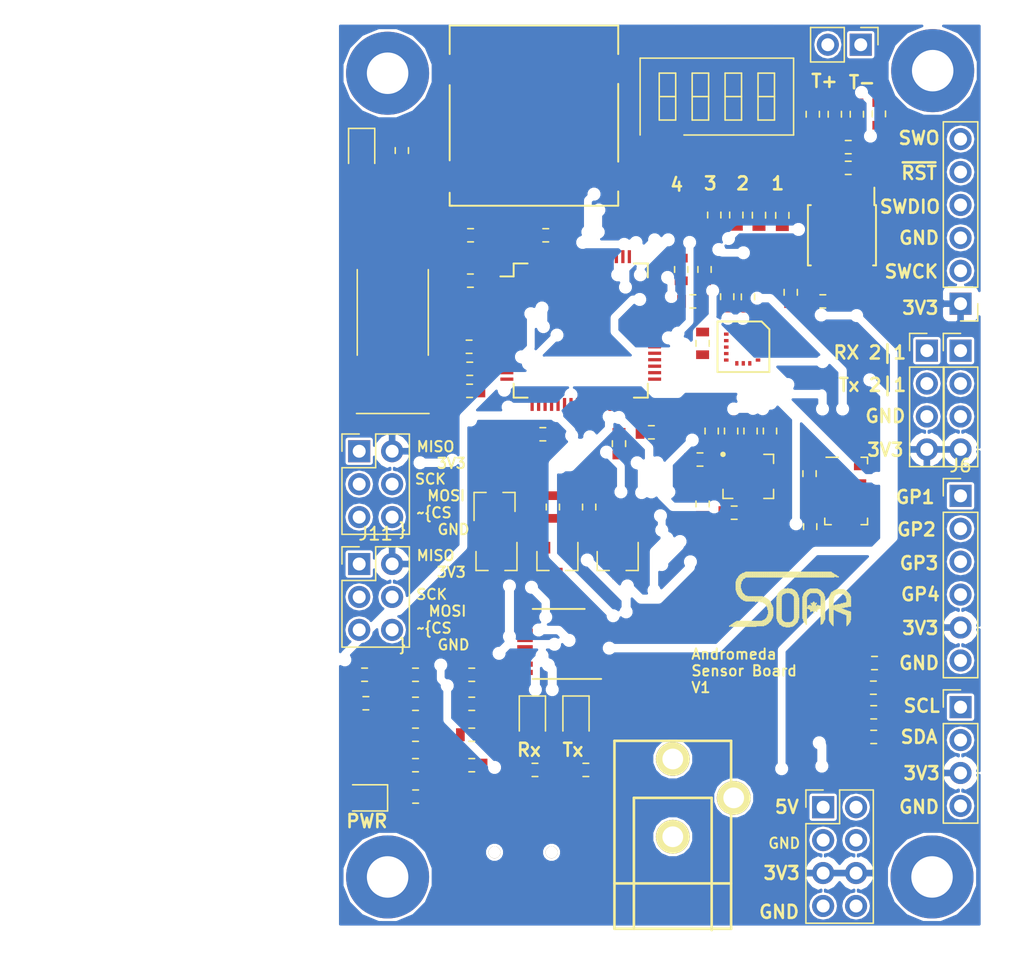
<source format=kicad_pcb>
(kicad_pcb (version 4) (host pcbnew 4.0.7)
  (layers (0 F.Cu signal) (31 B.Cu signal) (34 B.Paste user) (35 F.Paste user) (36 B.SilkS user) (37 F.SilkS user) (38 B.Mask user) (39 F.Mask user) (44 Edge.Cuts user))
  (net 0 "")
  (net 1 "Net-(C1-Pad1)")
  (net 2 +3V3)
  (net 3 "Net-(C2-Pad1)")
  (net 4 VBUS)
  (net 5 VDC)
  (net 6 +5V)
  (net 7 "Net-(C10-Pad1)")
  (net 8 "Net-(C11-Pad1)")
  (net 9 "Net-(C12-Pad1)")
  (net 10 "Net-(C14-Pad1)")
  (net 11 "Net-(C23-Pad1)")
  (net 12 "Net-(C24-Pad2)")
  (net 13 "Net-(C28-Pad1)")
  (net 14 "Net-(C29-Pad1)")
  (net 15 "/Power and FTDI/TX_LED")
  (net 16 "Net-(D1-Pad2)")
  (net 17 "/Power and FTDI/RX_LED")
  (net 18 "Net-(D2-Pad2)")
  (net 19 VEXT)
  (net 20 "Net-(D4-Pad1)")
  (net 21 "Net-(D5-Pad2)")
  (net 22 "Net-(J4-Pad9)")
  (net 23 SD_SPI_MISO)
  (net 24 SD_SPI_SCK)
  (net 25 SD_~CS)
  (net 26 SD_SPI_MOSI)
  (net 27 "Net-(J5-Pad2)")
  (net 28 GPIO1)
  (net 29 SWCLK)
  (net 30 SWDIO)
  (net 31 NRST)
  (net 32 SWO)
  (net 33 UART2_RX)
  (net 34 UART2_TX)
  (net 35 UART1_RX)
  (net 36 SPI2_MISO)
  (net 37 SPI2_SCK)
  (net 38 SPI2_MOSI)
  (net 39 SPI2_~CS)
  (net 40 SPI1_MISO)
  (net 41 SPI1_SCK)
  (net 42 SPI1_MOSI)
  (net 43 SPI1_~CS)
  (net 44 I2C1_SCL)
  (net 45 I2C1_SDA)
  (net 46 "Net-(R1-Pad1)")
  (net 47 "Net-(R2-Pad1)")
  (net 48 Accel_~CS)
  (net 49 Therm_~CS)
  (net 50 A/G_~CS)
  (net 51 Baro_~CS)
  (net 52 MAG_~CS)
  (net 53 GPIO10)
  (net 54 GPIO9)
  (net 55 GPIO8)
  (net 56 GPIO7)
  (net 57 GPIO6)
  (net 58 "Net-(U1-Pad10)")
  (net 59 UART1_TX)
  (net 60 MAG_INT)
  (net 61 A/G_INT)
  (net 62 "Net-(C3-Pad1)")
  (net 63 "Net-(J2-Pad2)")
  (net 64 GND)
  (net 65 GPIO4)
  (net 66 "Net-(J5-Pad1)")
  (net 67 GPIO2)
  (net 68 GPIO3)
  (net 69 A_INT)
  (module Conn_PinHeader_2.54mm:PinHeader_2x03_P2.54mm_Vertical (layer F.Cu) (at 80.71 81.56)
    (fp_text reference J11 (at 1.27 -2.33) (layer F.SilkS))
    (fp_text value Conn_02x03_Odd_Even)
    (pad 1 thru_hole rect (at 0 0) (size 1.7 1.7) (drill 1) (layers *.Cu *.Mask) (net 36 SPI2_MISO))
    (pad 2 thru_hole oval (at 2.54 0) (size 1.7 1.7) (drill 1) (layers *.Cu *.Mask) (net 2 +3V3))
    (pad 3 thru_hole oval (at 0 2.54) (size 1.7 1.7) (drill 1) (layers *.Cu *.Mask) (net 37 SPI2_SCK))
    (pad 4 thru_hole oval (at 2.54 2.54) (size 1.7 1.7) (drill 1) (layers *.Cu *.Mask) (net 38 SPI2_MOSI))
    (pad 5 thru_hole oval (at 0 5.08) (size 1.7 1.7) (drill 1) (layers *.Cu *.Mask) (net 39 SPI2_~CS))
    (pad 6 thru_hole oval (at 2.54 5.08) (size 1.7 1.7) (drill 1) (layers *.Cu *.Mask) (net 64 GND))
  )
  (module SOAR:LGA-16 (layer F.Cu) (at 110.25 64.85)
    (fp_text reference U5 hide)
    (fp_text value LIS3DH)
    (pad 16 smd rect (at 0.5 -1.25) (size 0.25 0.35) (layers F.Cu F.Paste F.Mask))
    (pad 15 smd rect (at 0 -1.25) (size 0.25 0.35) (layers F.Cu F.Paste F.Mask))
    (pad 14 smd rect (at -0.5 -1.25) (size 0.25 0.35) (layers F.Cu F.Paste F.Mask) (net 2 +3V3))
    (pad 8 smd rect (at -0.41 1.23) (size 0.25 0.35) (layers F.Cu F.Paste F.Mask) (net 48 Accel_~CS))
    (pad 7 smd rect (at 0.09 1.23) (size 0.25 0.35) (layers F.Cu F.Paste F.Mask) (net 36 SPI2_MISO))
    (pad 6 smd rect (at 0.59 1.23) (size 0.25 0.35) (layers F.Cu F.Paste F.Mask) (net 38 SPI2_MOSI))
    (pad 1 smd rect (at 1.225 -1.025 90) (size 0.25 0.35) (layers F.Cu F.Paste F.Mask) (net 2 +3V3))
    (pad 2 smd rect (at 1.225 -0.525 90) (size 0.25 0.35) (layers F.Cu F.Paste F.Mask))
    (pad 3 smd rect (at 1.225 -0.025 90) (size 0.25 0.35) (layers F.Cu F.Paste F.Mask))
    (pad 4 smd rect (at 1.225 0.475 90) (size 0.25 0.35) (layers F.Cu F.Paste F.Mask) (net 37 SPI2_SCK))
    (pad 5 smd rect (at 1.225 0.975 90) (size 0.25 0.35) (layers F.Cu F.Paste F.Mask) (net 64 GND))
    (pad 9 smd rect (at -1.225 0.975) (size 0.35 0.25) (layers F.Cu F.Paste F.Mask))
    (pad 10 smd rect (at -1.225 0.475 90) (size 0.25 0.35) (layers F.Cu F.Paste F.Mask) (net 64 GND))
    (pad 11 smd rect (at -1.225 -0.025 90) (size 0.25 0.35) (layers F.Cu F.Paste F.Mask) (net 69 A_INT))
    (pad 12 smd rect (at -1.225 -0.525 90) (size 0.25 0.35) (layers F.Cu F.Paste F.Mask) (net 64 GND))
    (pad 13 smd rect (at -1.225 -1.025 90) (size 0.25 0.35) (layers F.Cu F.Paste F.Mask))
  )
  (module Crystal:Crystal_SMD_SeikoEpson_MA505-2Pin_12.7x5.1mm (layer F.Cu) (at 83.3 64.75 90)
    (fp_text reference Y1 hide)
    (fp_text value Crystal_8MHz_18pf)
    (pad 1 smd rect (at -2.95 0 90) (size 4.1 5.6) (layers F.Cu F.Paste F.Mask) (net 9 "Net-(C12-Pad1)"))
    (pad 2 smd rect (at 8.15 0 90) (size 4.1 5.6) (layers F.Cu F.Paste F.Mask) (net 10 "Net-(C14-Pad1)"))
  )
  (module SOAR:CUI_PJ-102A (layer F.Cu) (at 104.9 99.6 180)
    (fp_text reference J2 hide)
    (fp_text value Barrel_Jack hide)
    (pad 1 thru_hole circle (at 0 3 180) (size 2.6 2.6) (drill 1.6) (layers *.Cu *.Mask F.SilkS) (net 19 VEXT))
    (pad 2 thru_hole circle (at 0 -3 180) (size 2.6 2.6) (drill 1.6) (layers *.Cu *.Mask F.SilkS) (net 63 "Net-(J2-Pad2)"))
    (pad 3 thru_hole circle (at -4.7 0 180) (size 2.6 2.6) (drill 1.6) (layers *.Cu *.Mask F.SilkS) (net 63 "Net-(J2-Pad2)"))
  )
  (module SOAR:Conn,Molex,Hinged_microSD (layer F.Cu) (at 93.59 49.02)
    (fp_text reference J4 hide)
    (fp_text value Micro_SD_Card)
    (pad 9 smd rect (at 7.51 2.68) (size 1.45 2) (layers F.Cu F.Paste F.Mask) (net 22 "Net-(J4-Pad9)"))
    (pad 9 smd rect (at -6.24 2.68) (size 1.45 2) (layers F.Cu F.Paste F.Mask) (net 22 "Net-(J4-Pad9)"))
    (pad 9 smd rect (at -6.24 -5.62) (size 1.45 2) (layers F.Cu F.Paste F.Mask) (net 22 "Net-(J4-Pad9)"))
    (pad 8 smd rect (at -3.86 0.08) (size 0.8 1.5) (layers F.Cu F.Paste F.Mask))
    (pad 7 smd rect (at -2.76 0.08) (size 0.8 1.5) (layers F.Cu F.Paste F.Mask) (net 23 SD_SPI_MISO))
    (pad 6 smd rect (at -1.66 0.08) (size 0.8 1.5) (layers F.Cu F.Paste F.Mask) (net 64 GND))
    (pad 5 smd rect (at -0.56 0.08) (size 0.8 1.5) (layers F.Cu F.Paste F.Mask) (net 24 SD_SPI_SCK))
    (pad 4 smd rect (at 0.54 0.08) (size 0.8 1.5) (layers F.Cu F.Paste F.Mask) (net 2 +3V3))
    (pad 2 smd rect (at 2.74 0.08) (size 0.8 1.5) (layers F.Cu F.Paste F.Mask) (net 25 SD_~CS))
    (pad 1 smd rect (at 3.84 0.08) (size 0.8 1.5) (layers F.Cu F.Paste F.Mask))
    (pad 3 smd rect (at 1.64 0.08) (size 0.8 1.5) (layers F.Cu F.Paste F.Mask) (net 26 SD_SPI_MOSI))
    (pad 9 smd rect (at 7.51 -5.62) (size 1.45 2) (layers F.Cu F.Paste F.Mask) (net 22 "Net-(J4-Pad9)"))
  )
  (module SOAR:USB-Mini-B (layer F.Cu) (at 93.34992 109.05044 180)
    (fp_text reference J1)
    (fp_text value USB_MINIB)
    (pad "" smd rect (at 4.45008 2.25044 180) (size 1.99898 2.49936) (layers F.Cu F.Paste F.Mask) (clearance 0.14986))
    (pad "" smd rect (at 4.45008 7.74954 180) (size 1.99898 2.49936) (layers F.Cu F.Paste F.Mask))
    (pad 6 smd rect (at -4.45008 7.74954 180) (size 1.99898 2.49936) (layers F.Cu F.Paste F.Mask) (net 64 GND))
    (pad "" smd rect (at -4.45008 2.25044 180) (size 1.99898 2.49936) (layers F.Cu F.Paste F.Mask))
    (pad "" thru_hole circle (at 2.19964 5.25018 180) (size 0.90932 0.90932) (drill 0.89916) (layers *.Cu *.Mask F.SilkS) (clearance 0.14986))
    (pad "" thru_hole circle (at -2.19964 5.25018 180) (size 0.90932 0.90932) (drill 0.89916) (layers *.Cu *.Mask F.SilkS) (clearance 0.14986))
    (pad 5 smd rect (at -1.6002 7.85114 180) (size 0.50038 2.30124) (layers F.Cu F.Paste F.Mask) (net 64 GND) (clearance 0.14986))
    (pad 4 smd rect (at -0.8001 7.85114 180) (size 0.50038 2.30124) (layers F.Cu F.Paste F.Mask) (clearance 0.14986))
    (pad 3 smd rect (at 0 7.85114 180) (size 0.50038 2.30124) (layers F.Cu F.Paste F.Mask) (net 3 "Net-(C2-Pad1)") (clearance 0.14986))
    (pad 2 smd rect (at 0.8001 7.85114 180) (size 0.50038 2.30124) (layers F.Cu F.Paste F.Mask) (net 1 "Net-(C1-Pad1)") (clearance 0.14986))
    (pad 1 smd rect (at 1.6002 7.85114 180) (size 0.50038 2.30124) (layers F.Cu F.Paste F.Mask) (net 62 "Net-(C3-Pad1)") (clearance 0.14986))
  )
  (module Conn_PinHeader_2.54mm:PinHeader_1x06_P2.54mm_Vertical (layer F.Cu) (at 127.1 61.48 180)
    (fp_text reference J7 hide)
    (fp_text value Conn_01x06)
    (pad 1 thru_hole rect (at 0 0 180) (size 1.7 1.7) (drill 1) (layers *.Cu *.Mask) (net 2 +3V3))
    (pad 2 thru_hole oval (at 0 2.54 180) (size 1.7 1.7) (drill 1) (layers *.Cu *.Mask) (net 29 SWCLK))
    (pad 3 thru_hole oval (at 0 5.08 180) (size 1.7 1.7) (drill 1) (layers *.Cu *.Mask) (net 64 GND))
    (pad 4 thru_hole oval (at 0 7.62 180) (size 1.7 1.7) (drill 1) (layers *.Cu *.Mask) (net 30 SWDIO))
    (pad 5 thru_hole oval (at 0 10.16 180) (size 1.7 1.7) (drill 1) (layers *.Cu *.Mask) (net 31 NRST))
    (pad 6 thru_hole oval (at 0 12.7 180) (size 1.7 1.7) (drill 1) (layers *.Cu *.Mask) (net 32 SWO))
  )
  (module Conn_PinHeader_2.54mm:PinHeader_1x04_P2.54mm_Vertical (layer F.Cu) (at 127.1 65.1)
    (fp_text reference J9 hide)
    (fp_text value Conn_01x04)
    (pad 1 thru_hole rect (at 0 0) (size 1.7 1.7) (drill 1) (layers *.Cu *.Mask) (net 35 UART1_RX))
    (pad 2 thru_hole oval (at 0 2.54) (size 1.7 1.7) (drill 1) (layers *.Cu *.Mask) (net 59 UART1_TX))
    (pad 3 thru_hole oval (at 0 5.08) (size 1.7 1.7) (drill 1) (layers *.Cu *.Mask) (net 64 GND))
    (pad 4 thru_hole oval (at 0 7.62) (size 1.7 1.7) (drill 1) (layers *.Cu *.Mask) (net 2 +3V3))
  )
  (module Conn_PinHeader_2.54mm:PinHeader_2x03_P2.54mm_Vertical (layer F.Cu) (at 80.71 72.86)
    (fp_text reference J12 hide)
    (fp_text value Conn_02x03_Odd_Even)
    (pad 1 thru_hole rect (at 0 0) (size 1.7 1.7) (drill 1) (layers *.Cu *.Mask) (net 40 SPI1_MISO))
    (pad 2 thru_hole oval (at 2.54 0) (size 1.7 1.7) (drill 1) (layers *.Cu *.Mask) (net 2 +3V3))
    (pad 3 thru_hole oval (at 0 2.54) (size 1.7 1.7) (drill 1) (layers *.Cu *.Mask) (net 41 SPI1_SCK))
    (pad 4 thru_hole oval (at 2.54 2.54) (size 1.7 1.7) (drill 1) (layers *.Cu *.Mask) (net 42 SPI1_MOSI))
    (pad 5 thru_hole oval (at 0 5.08) (size 1.7 1.7) (drill 1) (layers *.Cu *.Mask) (net 43 SPI1_~CS))
    (pad 6 thru_hole oval (at 2.54 5.08) (size 1.7 1.7) (drill 1) (layers *.Cu *.Mask) (net 64 GND))
  )
  (module Button_Switch_SMD:SW_DIP_x4_W8.61mm_Slide_LowProfile (layer F.Cu) (at 108.3 45.5 90)
    (fp_text reference SW1 hide)
    (fp_text value SW_DIP_x04)
    (pad 1 smd rect (at -4.305 -3.81 90) (size 2.44 1.12) (layers F.Cu F.Paste F.Mask) (net 56 GPIO7))
    (pad 5 smd rect (at 4.305 3.81 90) (size 2.44 1.12) (layers F.Cu F.Paste F.Mask) (net 64 GND))
    (pad 2 smd rect (at -4.305 -1.27 90) (size 2.44 1.12) (layers F.Cu F.Paste F.Mask) (net 55 GPIO8))
    (pad 6 smd rect (at 4.305 1.27 90) (size 2.44 1.12) (layers F.Cu F.Paste F.Mask) (net 64 GND))
    (pad 3 smd rect (at -4.305 1.27 90) (size 2.44 1.12) (layers F.Cu F.Paste F.Mask) (net 54 GPIO9))
    (pad 7 smd rect (at 4.305 -1.27 90) (size 2.44 1.12) (layers F.Cu F.Paste F.Mask) (net 64 GND))
    (pad 4 smd rect (at -4.305 3.81 90) (size 2.44 1.12) (layers F.Cu F.Paste F.Mask) (net 53 GPIO10))
    (pad 8 smd rect (at 4.305 -3.81 90) (size 2.44 1.12) (layers F.Cu F.Paste F.Mask) (net 64 GND))
  )
  (module Package_SSOP:SSOP-16_3.9x4.9mm_P0.635mm (layer F.Cu) (at 96.1 87.7 180)
    (fp_text reference U1 hide)
    (fp_text value FT230XS)
    (pad 1 smd rect (at -2.6 -2.2225 180) (size 1.2 0.4) (layers F.Cu F.Paste F.Mask) (net 35 UART1_RX))
    (pad 2 smd rect (at -2.6 -1.5875 180) (size 1.2 0.4) (layers F.Cu F.Paste F.Mask))
    (pad 3 smd rect (at -2.6 -0.9525 180) (size 1.2 0.4) (layers F.Cu F.Paste F.Mask) (net 58 "Net-(U1-Pad10)"))
    (pad 4 smd rect (at -2.6 -0.3175 180) (size 1.2 0.4) (layers F.Cu F.Paste F.Mask) (net 59 UART1_TX))
    (pad 5 smd rect (at -2.6 0.3175 180) (size 1.2 0.4) (layers F.Cu F.Paste F.Mask) (net 64 GND))
    (pad 6 smd rect (at -2.6 0.9525 180) (size 1.2 0.4) (layers F.Cu F.Paste F.Mask))
    (pad 7 smd rect (at -2.6 1.5875 180) (size 1.2 0.4) (layers F.Cu F.Paste F.Mask))
    (pad 8 smd rect (at -2.6 2.2225 180) (size 1.2 0.4) (layers F.Cu F.Paste F.Mask) (net 47 "Net-(R2-Pad1)"))
    (pad 9 smd rect (at 2.6 2.2225 180) (size 1.2 0.4) (layers F.Cu F.Paste F.Mask) (net 46 "Net-(R1-Pad1)"))
    (pad 10 smd rect (at 2.6 1.5875 180) (size 1.2 0.4) (layers F.Cu F.Paste F.Mask) (net 58 "Net-(U1-Pad10)"))
    (pad 11 smd rect (at 2.6 0.9525 180) (size 1.2 0.4) (layers F.Cu F.Paste F.Mask))
    (pad 12 smd rect (at 2.6 0.3175 180) (size 1.2 0.4) (layers F.Cu F.Paste F.Mask) (net 4 VBUS))
    (pad 13 smd rect (at 2.6 -0.3175 180) (size 1.2 0.4) (layers F.Cu F.Paste F.Mask) (net 64 GND))
    (pad 14 smd rect (at 2.6 -0.9525 180) (size 1.2 0.4) (layers F.Cu F.Paste F.Mask) (net 17 "/Power and FTDI/RX_LED"))
    (pad 15 smd rect (at 2.6 -1.5875 180) (size 1.2 0.4) (layers F.Cu F.Paste F.Mask) (net 15 "/Power and FTDI/TX_LED"))
    (pad 16 smd rect (at 2.6 -2.2225 180) (size 1.2 0.4) (layers F.Cu F.Paste F.Mask))
  )
  (module Package_QFP:LQFP-64_10x10mm_P0.5mm (layer F.Cu) (at 97.8 63.55)
    (fp_text reference U4 hide)
    (fp_text value STM32F405R)
    (pad 1 smd rect (at -5.7 -3.75) (size 1 0.25) (layers F.Cu F.Paste F.Mask) (net 2 +3V3))
    (pad 2 smd rect (at -5.7 -3.25) (size 1 0.25) (layers F.Cu F.Paste F.Mask) (net 57 GPIO6))
    (pad 3 smd rect (at -5.7 -2.75) (size 1 0.25) (layers F.Cu F.Paste F.Mask))
    (pad 4 smd rect (at -5.7 -2.25) (size 1 0.25) (layers F.Cu F.Paste F.Mask))
    (pad 5 smd rect (at -5.7 -1.75) (size 1 0.25) (layers F.Cu F.Paste F.Mask) (net 10 "Net-(C14-Pad1)"))
    (pad 6 smd rect (at -5.7 -1.25) (size 1 0.25) (layers F.Cu F.Paste F.Mask) (net 9 "Net-(C12-Pad1)"))
    (pad 7 smd rect (at -5.7 -0.75) (size 1 0.25) (layers F.Cu F.Paste F.Mask) (net 31 NRST))
    (pad 8 smd rect (at -5.7 -0.25) (size 1 0.25) (layers F.Cu F.Paste F.Mask))
    (pad 9 smd rect (at -5.7 0.25) (size 1 0.25) (layers F.Cu F.Paste F.Mask))
    (pad 10 smd rect (at -5.7 0.75) (size 1 0.25) (layers F.Cu F.Paste F.Mask) (net 36 SPI2_MISO))
    (pad 11 smd rect (at -5.7 1.25) (size 1 0.25) (layers F.Cu F.Paste F.Mask) (net 38 SPI2_MOSI))
    (pad 12 smd rect (at -5.7 1.75) (size 1 0.25) (layers F.Cu F.Paste F.Mask) (net 64 GND))
    (pad 13 smd rect (at -5.7 2.25) (size 1 0.25) (layers F.Cu F.Paste F.Mask) (net 2 +3V3))
    (pad 14 smd rect (at -5.7 2.75) (size 1 0.25) (layers F.Cu F.Paste F.Mask))
    (pad 15 smd rect (at -5.7 3.25) (size 1 0.25) (layers F.Cu F.Paste F.Mask) (net 43 SPI1_~CS))
    (pad 16 smd rect (at -5.7 3.75) (size 1 0.25) (layers F.Cu F.Paste F.Mask) (net 34 UART2_TX))
    (pad 17 smd rect (at -3.75 5.7 90) (size 1 0.25) (layers F.Cu F.Paste F.Mask) (net 33 UART2_RX))
    (pad 18 smd rect (at -3.25 5.7 90) (size 1 0.25) (layers F.Cu F.Paste F.Mask) (net 64 GND))
    (pad 19 smd rect (at -2.75 5.7 90) (size 1 0.25) (layers F.Cu F.Paste F.Mask) (net 2 +3V3))
    (pad 20 smd rect (at -2.25 5.7 90) (size 1 0.25) (layers F.Cu F.Paste F.Mask))
    (pad 21 smd rect (at -1.75 5.7 90) (size 1 0.25) (layers F.Cu F.Paste F.Mask) (net 41 SPI1_SCK))
    (pad 22 smd rect (at -1.25 5.7 90) (size 1 0.25) (layers F.Cu F.Paste F.Mask) (net 40 SPI1_MISO))
    (pad 23 smd rect (at -0.75 5.7 90) (size 1 0.25) (layers F.Cu F.Paste F.Mask) (net 42 SPI1_MOSI))
    (pad 24 smd rect (at -0.25 5.7 90) (size 1 0.25) (layers F.Cu F.Paste F.Mask) (net 51 Baro_~CS))
    (pad 25 smd rect (at 0.25 5.7 90) (size 1 0.25) (layers F.Cu F.Paste F.Mask) (net 65 GPIO4))
    (pad 26 smd rect (at 0.75 5.7 90) (size 1 0.25) (layers F.Cu F.Paste F.Mask) (net 60 MAG_INT))
    (pad 27 smd rect (at 1.25 5.7 90) (size 1 0.25) (layers F.Cu F.Paste F.Mask) (net 61 A/G_INT))
    (pad 28 smd rect (at 1.75 5.7 90) (size 1 0.25) (layers F.Cu F.Paste F.Mask) (net 52 MAG_~CS))
    (pad 29 smd rect (at 2.25 5.7 90) (size 1 0.25) (layers F.Cu F.Paste F.Mask) (net 37 SPI2_SCK))
    (pad 30 smd rect (at 2.75 5.7 90) (size 1 0.25) (layers F.Cu F.Paste F.Mask) (net 50 A/G_~CS))
    (pad 31 smd rect (at 3.25 5.7 90) (size 1 0.25) (layers F.Cu F.Paste F.Mask) (net 8 "Net-(C11-Pad1)"))
    (pad 32 smd rect (at 3.75 5.7 90) (size 1 0.25) (layers F.Cu F.Paste F.Mask) (net 2 +3V3))
    (pad 33 smd rect (at 5.7 3.75) (size 1 0.25) (layers F.Cu F.Paste F.Mask) (net 39 SPI2_~CS))
    (pad 34 smd rect (at 5.7 3.25) (size 1 0.25) (layers F.Cu F.Paste F.Mask) (net 68 GPIO3))
    (pad 35 smd rect (at 5.7 2.75) (size 1 0.25) (layers F.Cu F.Paste F.Mask) (net 67 GPIO2))
    (pad 36 smd rect (at 5.7 2.25) (size 1 0.25) (layers F.Cu F.Paste F.Mask) (net 48 Accel_~CS))
    (pad 37 smd rect (at 5.7 1.75) (size 1 0.25) (layers F.Cu F.Paste F.Mask) (net 53 GPIO10))
    (pad 38 smd rect (at 5.7 1.25) (size 1 0.25) (layers F.Cu F.Paste F.Mask) (net 69 A_INT))
    (pad 39 smd rect (at 5.7 0.75) (size 1 0.25) (layers F.Cu F.Paste F.Mask) (net 54 GPIO9))
    (pad 40 smd rect (at 5.7 0.25) (size 1 0.25) (layers F.Cu F.Paste F.Mask) (net 55 GPIO8))
    (pad 41 smd rect (at 5.7 -0.25) (size 1 0.25) (layers F.Cu F.Paste F.Mask) (net 56 GPIO7))
    (pad 42 smd rect (at 5.7 -0.75) (size 1 0.25) (layers F.Cu F.Paste F.Mask) (net 59 UART1_TX))
    (pad 43 smd rect (at 5.7 -1.25) (size 1 0.25) (layers F.Cu F.Paste F.Mask) (net 35 UART1_RX))
    (pad 44 smd rect (at 5.7 -1.75) (size 1 0.25) (layers F.Cu F.Paste F.Mask) (net 49 Therm_~CS))
    (pad 45 smd rect (at 5.7 -2.25) (size 1 0.25) (layers F.Cu F.Paste F.Mask) (net 28 GPIO1))
    (pad 46 smd rect (at 5.7 -2.75) (size 1 0.25) (layers F.Cu F.Paste F.Mask) (net 30 SWDIO))
    (pad 47 smd rect (at 5.7 -3.25) (size 1 0.25) (layers F.Cu F.Paste F.Mask) (net 7 "Net-(C10-Pad1)"))
    (pad 48 smd rect (at 5.7 -3.75) (size 1 0.25) (layers F.Cu F.Paste F.Mask) (net 2 +3V3))
    (pad 49 smd rect (at 3.75 -5.7 90) (size 1 0.25) (layers F.Cu F.Paste F.Mask) (net 29 SWCLK))
    (pad 50 smd rect (at 3.25 -5.7 90) (size 1 0.25) (layers F.Cu F.Paste F.Mask))
    (pad 51 smd rect (at 2.75 -5.7 90) (size 1 0.25) (layers F.Cu F.Paste F.Mask) (net 24 SD_SPI_SCK))
    (pad 52 smd rect (at 2.25 -5.7 90) (size 1 0.25) (layers F.Cu F.Paste F.Mask) (net 23 SD_SPI_MISO))
    (pad 53 smd rect (at 1.75 -5.7 90) (size 1 0.25) (layers F.Cu F.Paste F.Mask) (net 26 SD_SPI_MOSI))
    (pad 54 smd rect (at 1.25 -5.7 90) (size 1 0.25) (layers F.Cu F.Paste F.Mask) (net 25 SD_~CS))
    (pad 55 smd rect (at 0.75 -5.7 90) (size 1 0.25) (layers F.Cu F.Paste F.Mask) (net 32 SWO))
    (pad 56 smd rect (at 0.25 -5.7 90) (size 1 0.25) (layers F.Cu F.Paste F.Mask))
    (pad 57 smd rect (at -0.25 -5.7 90) (size 1 0.25) (layers F.Cu F.Paste F.Mask))
    (pad 58 smd rect (at -0.75 -5.7 90) (size 1 0.25) (layers F.Cu F.Paste F.Mask) (net 44 I2C1_SCL))
    (pad 59 smd rect (at -1.25 -5.7 90) (size 1 0.25) (layers F.Cu F.Paste F.Mask) (net 45 I2C1_SDA))
    (pad 60 smd rect (at -1.75 -5.7 90) (size 1 0.25) (layers F.Cu F.Paste F.Mask) (net 64 GND))
    (pad 61 smd rect (at -2.25 -5.7 90) (size 1 0.25) (layers F.Cu F.Paste F.Mask))
    (pad 62 smd rect (at -2.75 -5.7 90) (size 1 0.25) (layers F.Cu F.Paste F.Mask))
    (pad 63 smd rect (at -3.25 -5.7 90) (size 1 0.25) (layers F.Cu F.Paste F.Mask) (net 64 GND))
    (pad 64 smd rect (at -3.75 -5.7 90) (size 1 0.25) (layers F.Cu F.Paste F.Mask) (net 2 +3V3))
  )
  (module Package_SSOP:TSSOP-14_4.4x5mm_P0.65mm (layer F.Cu) (at 117.95 56.2 270)
    (fp_text reference U6 hide)
    (fp_text value MAX31856)
    (pad 1 smd rect (at -2.95 -1.95 270) (size 1.45 0.45) (layers F.Cu F.Paste F.Mask) (net 64 GND))
    (pad 2 smd rect (at -2.95 -1.3 270) (size 1.45 0.45) (layers F.Cu F.Paste F.Mask) (net 66 "Net-(J5-Pad1)"))
    (pad 3 smd rect (at -2.95 -0.65 270) (size 1.45 0.45) (layers F.Cu F.Paste F.Mask) (net 11 "Net-(C23-Pad1)"))
    (pad 4 smd rect (at -2.95 0 270) (size 1.45 0.45) (layers F.Cu F.Paste F.Mask) (net 12 "Net-(C24-Pad2)"))
    (pad 5 smd rect (at -2.95 0.65 270) (size 1.45 0.45) (layers F.Cu F.Paste F.Mask) (net 2 +3V3))
    (pad 6 smd rect (at -2.95 1.3 270) (size 1.45 0.45) (layers F.Cu F.Paste F.Mask))
    (pad 7 smd rect (at -2.95 1.95 270) (size 1.45 0.45) (layers F.Cu F.Paste F.Mask))
    (pad 8 smd rect (at 2.95 1.95 270) (size 1.45 0.45) (layers F.Cu F.Paste F.Mask) (net 2 +3V3))
    (pad 9 smd rect (at 2.95 1.3 270) (size 1.45 0.45) (layers F.Cu F.Paste F.Mask) (net 49 Therm_~CS))
    (pad 10 smd rect (at 2.95 0.65 270) (size 1.45 0.45) (layers F.Cu F.Paste F.Mask) (net 41 SPI1_SCK))
    (pad 11 smd rect (at 2.95 0 270) (size 1.45 0.45) (layers F.Cu F.Paste F.Mask) (net 40 SPI1_MISO))
    (pad 12 smd rect (at 2.95 -0.65 270) (size 1.45 0.45) (layers F.Cu F.Paste F.Mask) (net 42 SPI1_MOSI))
    (pad 13 smd rect (at 2.95 -1.3 270) (size 1.45 0.45) (layers F.Cu F.Paste F.Mask))
    (pad 14 smd rect (at 2.95 -1.95 270) (size 1.45 0.45) (layers F.Cu F.Paste F.Mask) (net 64 GND))
  )
  (module Package_LGA:LGA-24L_3x3.5mm_P0.43mm (layer F.Cu) (at 110.725 74.8)
    (fp_text reference U7 hide)
    (fp_text value LSM9DS1)
    (pad 1 smd rect (at -1.505 -1.225) (size 0.23 0.35) (layers F.Cu F.Paste F.Mask) (net 2 +3V3))
    (pad 2 smd rect (at -1.475 -0.645) (size 0.35 0.23) (layers F.Cu F.Paste F.Mask) (net 41 SPI1_SCK))
    (pad 17 smd rect (at 1.475 -0.645) (size 0.35 0.23) (layers F.Cu F.Paste F.Mask) (net 64 GND))
    (pad 3 smd rect (at -1.475 -0.215) (size 0.35 0.23) (layers F.Cu F.Paste F.Mask) (net 2 +3V3))
    (pad 16 smd rect (at 1.475 -0.215) (size 0.35 0.23) (layers F.Cu F.Paste F.Mask) (net 64 GND))
    (pad 4 smd rect (at -1.475 0.215) (size 0.35 0.23) (layers F.Cu F.Paste F.Mask) (net 42 SPI1_MOSI))
    (pad 15 smd rect (at 1.475 0.215) (size 0.35 0.23) (layers F.Cu F.Paste F.Mask) (net 64 GND))
    (pad 5 smd rect (at -1.475 0.645) (size 0.35 0.23) (layers F.Cu F.Paste F.Mask) (net 40 SPI1_MISO))
    (pad 14 smd rect (at 1.475 0.645) (size 0.35 0.23) (layers F.Cu F.Paste F.Mask) (net 64 GND))
    (pad 24 smd rect (at -1.075 -1.225) (size 0.23 0.35) (layers F.Cu F.Paste F.Mask) (net 14 "Net-(C29-Pad1)"))
    (pad 23 smd rect (at -0.645 -1.225) (size 0.23 0.35) (layers F.Cu F.Paste F.Mask) (net 2 +3V3))
    (pad 22 smd rect (at -0.215 -1.225) (size 0.23 0.35) (layers F.Cu F.Paste F.Mask) (net 2 +3V3))
    (pad 21 smd rect (at 0.215 -1.225) (size 0.23 0.35) (layers F.Cu F.Paste F.Mask) (net 13 "Net-(C28-Pad1)"))
    (pad 20 smd rect (at 0.645 -1.225) (size 0.23 0.35) (layers F.Cu F.Paste F.Mask) (net 64 GND))
    (pad 19 smd rect (at 1.075 -1.225) (size 0.23 0.35) (layers F.Cu F.Paste F.Mask) (net 64 GND))
    (pad 18 smd rect (at 1.505 -1.225) (size 0.23 0.35) (layers F.Cu F.Paste F.Mask) (net 64 GND))
    (pad 6 smd rect (at -1.505 1.225) (size 0.23 0.35) (layers F.Cu F.Paste F.Mask) (net 40 SPI1_MISO))
    (pad 7 smd rect (at -1.075 1.225) (size 0.23 0.35) (layers F.Cu F.Paste F.Mask) (net 50 A/G_~CS))
    (pad 8 smd rect (at -0.645 1.225) (size 0.23 0.35) (layers F.Cu F.Paste F.Mask) (net 52 MAG_~CS))
    (pad 9 smd rect (at -0.215 1.225) (size 0.23 0.35) (layers F.Cu F.Paste F.Mask))
    (pad 10 smd rect (at 0.215 1.225) (size 0.23 0.35) (layers F.Cu F.Paste F.Mask) (net 60 MAG_INT))
    (pad 11 smd rect (at 0.645 1.225) (size 0.23 0.35) (layers F.Cu F.Paste F.Mask) (net 61 A/G_INT))
    (pad 12 smd rect (at 1.075 1.225) (size 0.23 0.35) (layers F.Cu F.Paste F.Mask))
    (pad 13 smd rect (at 1.505 1.225) (size 0.23 0.35) (layers F.Cu F.Paste F.Mask))
  )
  (module Package_LGA:LGA-8_3x5mm_P1.25mm (layer F.Cu) (at 118.275 75.925)
    (fp_text reference U8 hide)
    (fp_text value MS5607)
    (pad 4 smd rect (at -1.075 1.875) (size 0.95 0.55) (layers F.Cu F.Paste F.Mask) (net 51 Baro_~CS))
    (pad 1 smd rect (at -1.075 -1.875) (size 0.95 0.55) (layers F.Cu F.Paste F.Mask) (net 2 +3V3))
    (pad 2 smd rect (at -1.075 -0.625) (size 0.95 0.55) (layers F.Cu F.Paste F.Mask) (net 64 GND))
    (pad 3 smd rect (at -1.075 0.625) (size 0.95 0.55) (layers F.Cu F.Paste F.Mask) (net 64 GND))
    (pad 8 smd rect (at 1.075 -1.875) (size 0.95 0.55) (layers F.Cu F.Paste F.Mask) (net 37 SPI2_SCK))
    (pad 7 smd rect (at 1.075 -0.625) (size 0.95 0.55) (layers F.Cu F.Paste F.Mask) (net 38 SPI2_MOSI))
    (pad 6 smd rect (at 1.075 0.625) (size 0.95 0.55) (layers F.Cu F.Paste F.Mask) (net 36 SPI2_MISO))
    (pad 5 smd rect (at 1.075 1.875) (size 0.95 0.55) (layers F.Cu F.Paste F.Mask) (net 51 Baro_~CS))
  )
  (module Conn_PinHeader_2.54mm:PinHeader_2x04_P2.54mm_Vertical (layer F.Cu) (at 116.5 100.32)
    (fp_text reference J3 hide)
    (fp_text value Conn_02x04_Odd_Even)
    (pad 1 thru_hole rect (at 0 0) (size 1.7 1.7) (drill 1) (layers *.Cu *.Mask) (net 6 +5V))
    (pad 2 thru_hole oval (at 2.54 0) (size 1.7 1.7) (drill 1) (layers *.Cu *.Mask) (net 6 +5V))
    (pad 3 thru_hole oval (at 0 2.54) (size 1.7 1.7) (drill 1) (layers *.Cu *.Mask) (net 64 GND))
    (pad 4 thru_hole oval (at 2.54 2.54) (size 1.7 1.7) (drill 1) (layers *.Cu *.Mask) (net 64 GND))
    (pad 5 thru_hole oval (at 0 5.08) (size 1.7 1.7) (drill 1) (layers *.Cu *.Mask) (net 2 +3V3))
    (pad 6 thru_hole oval (at 2.54 5.08) (size 1.7 1.7) (drill 1) (layers *.Cu *.Mask) (net 2 +3V3))
    (pad 7 thru_hole oval (at 0 7.62) (size 1.7 1.7) (drill 1) (layers *.Cu *.Mask) (net 64 GND))
    (pad 8 thru_hole oval (at 2.54 7.62) (size 1.7 1.7) (drill 1) (layers *.Cu *.Mask) (net 64 GND))
  )
  (module Conn_PinHeader_2.54mm:PinHeader_1x02_P2.54mm_Vertical (layer F.Cu) (at 119.4 41.5 270)
    (fp_text reference J5 hide)
    (fp_text value Conn_01x02)
    (pad 1 thru_hole rect (at 0 0 270) (size 1.7 1.7) (drill 1) (layers *.Cu *.Mask) (net 66 "Net-(J5-Pad1)"))
    (pad 2 thru_hole oval (at 0 2.54 270) (size 1.7 1.7) (drill 1) (layers *.Cu *.Mask) (net 27 "Net-(J5-Pad2)"))
  )
  (module Conn_PinHeader_2.54mm:PinHeader_1x06_P2.54mm_Vertical (layer F.Cu) (at 127.1 76.3)
    (fp_text reference J6 (at 0 -2.33) (layer F.SilkS))
    (fp_text value Conn_01x06)
    (pad 1 thru_hole rect (at 0 0) (size 1.7 1.7) (drill 1) (layers *.Cu *.Mask) (net 28 GPIO1))
    (pad 2 thru_hole oval (at 0 2.54) (size 1.7 1.7) (drill 1) (layers *.Cu *.Mask) (net 67 GPIO2))
    (pad 3 thru_hole oval (at 0 5.08) (size 1.7 1.7) (drill 1) (layers *.Cu *.Mask) (net 68 GPIO3))
    (pad 4 thru_hole oval (at 0 7.62) (size 1.7 1.7) (drill 1) (layers *.Cu *.Mask) (net 65 GPIO4))
    (pad 5 thru_hole oval (at 0 10.16) (size 1.7 1.7) (drill 1) (layers *.Cu *.Mask) (net 2 +3V3))
    (pad 6 thru_hole oval (at 0 12.7) (size 1.7 1.7) (drill 1) (layers *.Cu *.Mask) (net 64 GND))
  )
  (module Conn_PinHeader_2.54mm:PinHeader_1x04_P2.54mm_Vertical (layer F.Cu) (at 124.5 65.1)
    (fp_text reference J8 hide)
    (fp_text value Conn_01x04)
    (pad 1 thru_hole rect (at 0 0) (size 1.7 1.7) (drill 1) (layers *.Cu *.Mask) (net 33 UART2_RX))
    (pad 2 thru_hole oval (at 0 2.54) (size 1.7 1.7) (drill 1) (layers *.Cu *.Mask) (net 34 UART2_TX))
    (pad 3 thru_hole oval (at 0 5.08) (size 1.7 1.7) (drill 1) (layers *.Cu *.Mask) (net 64 GND))
    (pad 4 thru_hole oval (at 0 7.62) (size 1.7 1.7) (drill 1) (layers *.Cu *.Mask) (net 2 +3V3))
  )
  (module Conn_PinHeader_2.54mm:PinHeader_1x04_P2.54mm_Vertical (layer F.Cu) (at 127.1 92.6)
    (fp_text reference J13 hide)
    (fp_text value Conn_01x04)
    (pad 1 thru_hole rect (at 0 0) (size 1.7 1.7) (drill 1) (layers *.Cu *.Mask) (net 44 I2C1_SCL))
    (pad 2 thru_hole oval (at 0 2.54) (size 1.7 1.7) (drill 1) (layers *.Cu *.Mask) (net 45 I2C1_SDA))
    (pad 3 thru_hole oval (at 0 5.08) (size 1.7 1.7) (drill 1) (layers *.Cu *.Mask) (net 2 +3V3))
    (pad 4 thru_hole oval (at 0 7.62) (size 1.7 1.7) (drill 1) (layers *.Cu *.Mask) (net 64 GND))
  )
  (module MountingHole:MountingHole_3.2mm_M3_Pad (layer F.Cu) (at 124.95 43.5)
    (fp_text reference MK1 hide)
    (fp_text value Mounting_Hole_PAD)
    (pad 1 thru_hole circle (at 0 0) (size 6.4 6.4) (drill 3.2) (layers *.Cu *.Mask) (net 64 GND))
  )
  (module MountingHole:MountingHole_3.2mm_M3_Pad (layer F.Cu) (at 124.9 105.7)
    (fp_text reference MK2 hide)
    (fp_text value Mounting_Hole_PAD)
    (pad 1 thru_hole circle (at 0 0) (size 6.4 6.4) (drill 3.2) (layers *.Cu *.Mask) (net 64 GND))
  )
  (module MountingHole:MountingHole_3.2mm_M3_Pad (layer F.Cu) (at 82.9 43.7)
    (fp_text reference MK3 hide)
    (fp_text value Mounting_Hole_PAD)
    (pad 1 thru_hole circle (at 0 0) (size 6.4 6.4) (drill 3.2) (layers *.Cu *.Mask) (net 64 GND))
  )
  (module MountingHole:MountingHole_3.2mm_M3_Pad (layer F.Cu) (at 82.9 105.7)
    (fp_text reference MK4 hide)
    (fp_text value Mounting_Hole_PAD)
    (pad 1 thru_hole circle (at 0 0) (size 6.4 6.4) (drill 3.2) (layers *.Cu *.Mask) (net 64 GND))
  )
  (module Capacitor_SMD:C_0603_1608Metric (layer F.Cu) (at 85.0525 94.73 180)
    (fp_text reference C1 hide)
    (fp_text value 47pF)
    (pad 1 smd rect (at -0.875 0 180) (size 0.67 1) (layers F.Cu F.Paste F.Mask) (net 1 "Net-(C1-Pad1)"))
    (pad 2 smd rect (at 0.875 0 180) (size 0.67 1) (layers F.Cu F.Paste F.Mask) (net 64 GND))
  )
  (module Capacitor_SMD:C_0603_1608Metric (layer F.Cu) (at 89.3905 94.73 180)
    (fp_text reference C2 hide)
    (fp_text value 47pF)
    (pad 1 smd rect (at -0.875 0 180) (size 0.67 1) (layers F.Cu F.Paste F.Mask) (net 3 "Net-(C2-Pad1)"))
    (pad 2 smd rect (at 0.875 0 180) (size 0.67 1) (layers F.Cu F.Paste F.Mask) (net 64 GND))
  )
  (module Capacitor_SMD:C_0603_1608Metric (layer F.Cu) (at 85.0525 97.078 180)
    (fp_text reference C3 hide)
    (fp_text value 10nF)
    (pad 1 smd rect (at -0.875 0 180) (size 0.67 1) (layers F.Cu F.Paste F.Mask) (net 62 "Net-(C3-Pad1)"))
    (pad 2 smd rect (at 0.875 0 180) (size 0.67 1) (layers F.Cu F.Paste F.Mask) (net 64 GND))
  )
  (module Capacitor_SMD:C_0603_1608Metric (layer F.Cu) (at 89.3905 90.104)
    (fp_text reference C4 hide)
    (fp_text value 4.7uF)
    (pad 1 smd rect (at -0.875 0) (size 0.67 1) (layers F.Cu F.Paste F.Mask) (net 4 VBUS))
    (pad 2 smd rect (at 0.875 0) (size 0.67 1) (layers F.Cu F.Paste F.Mask) (net 64 GND))
  )
  (module Capacitor_SMD:C_0603_1608Metric (layer F.Cu) (at 85.0525 90.104 180)
    (fp_text reference C5 hide)
    (fp_text value 100nF)
    (pad 1 smd rect (at -0.875 0 180) (size 0.67 1) (layers F.Cu F.Paste F.Mask) (net 4 VBUS))
    (pad 2 smd rect (at 0.875 0 180) (size 0.67 1) (layers F.Cu F.Paste F.Mask) (net 64 GND))
  )
  (module Capacitor_SMD:C_0603_1608Metric (layer F.Cu) (at 120.375 91.1)
    (fp_text reference C6 hide)
    (fp_text value 1uF)
    (pad 1 smd rect (at -0.875 0) (size 0.67 1) (layers F.Cu F.Paste F.Mask) (net 5 VDC))
    (pad 2 smd rect (at 0.875 0) (size 0.67 1) (layers F.Cu F.Paste F.Mask) (net 64 GND))
  )
  (module Capacitor_SMD:C_0603_1608Metric (layer F.Cu) (at 95.65 77.1625 90)
    (fp_text reference C7 hide)
    (fp_text value 0.22uF)
    (pad 1 smd rect (at -0.875 0 90) (size 0.67 1) (layers F.Cu F.Paste F.Mask) (net 5 VDC))
    (pad 2 smd rect (at 0.875 0 90) (size 0.67 1) (layers F.Cu F.Paste F.Mask) (net 64 GND))
  )
  (module Capacitor_SMD:C_0603_1608Metric (layer F.Cu) (at 120.4625 89.2)
    (fp_text reference C8 hide)
    (fp_text value 2.2uF)
    (pad 1 smd rect (at -0.875 0) (size 0.67 1) (layers F.Cu F.Paste F.Mask) (net 2 +3V3))
    (pad 2 smd rect (at 0.875 0) (size 0.67 1) (layers F.Cu F.Paste F.Mask) (net 64 GND))
  )
  (module Capacitor_SMD:C_0603_1608Metric (layer F.Cu) (at 98.45 77.1625 90)
    (fp_text reference C9 hide)
    (fp_text value 0.22uF)
    (pad 1 smd rect (at -0.875 0 90) (size 0.67 1) (layers F.Cu F.Paste F.Mask) (net 6 +5V))
    (pad 2 smd rect (at 0.875 0 90) (size 0.67 1) (layers F.Cu F.Paste F.Mask) (net 64 GND))
  )
  (module Capacitor_SMD:C_0603_1608Metric (layer F.Cu) (at 106.45 61.3)
    (fp_text reference C10 hide)
    (fp_text value 2.2uF)
    (pad 1 smd rect (at -0.875 0) (size 0.67 1) (layers F.Cu F.Paste F.Mask) (net 7 "Net-(C10-Pad1)"))
    (pad 2 smd rect (at 0.875 0) (size 0.67 1) (layers F.Cu F.Paste F.Mask) (net 64 GND))
  )
  (module Capacitor_SMD:C_0603_1608Metric (layer F.Cu) (at 100.75 72.275 270)
    (fp_text reference C11 hide)
    (fp_text value 2.2uF)
    (pad 1 smd rect (at -0.875 0 270) (size 0.67 1) (layers F.Cu F.Paste F.Mask) (net 8 "Net-(C11-Pad1)"))
    (pad 2 smd rect (at 0.875 0 270) (size 0.67 1) (layers F.Cu F.Paste F.Mask) (net 64 GND))
  )
  (module Capacitor_SMD:C_0603_1608Metric (layer F.Cu) (at 89.1875 64.8)
    (fp_text reference C12 hide)
    (fp_text value 24pF)
    (pad 1 smd rect (at -0.875 0) (size 0.67 1) (layers F.Cu F.Paste F.Mask) (net 9 "Net-(C12-Pad1)"))
    (pad 2 smd rect (at 0.875 0) (size 0.67 1) (layers F.Cu F.Paste F.Mask) (net 64 GND))
  )
  (module Capacitor_SMD:C_0603_1608Metric (layer F.Cu) (at 107.35 58.8375 90)
    (fp_text reference C13 hide)
    (fp_text value 10uF)
    (pad 1 smd rect (at -0.875 0 90) (size 0.67 1) (layers F.Cu F.Paste F.Mask) (net 2 +3V3))
    (pad 2 smd rect (at 0.875 0 90) (size 0.67 1) (layers F.Cu F.Paste F.Mask) (net 64 GND))
  )
  (module Capacitor_SMD:C_0603_1608Metric (layer F.Cu) (at 89.2875 59.7)
    (fp_text reference C14 hide)
    (fp_text value 24pF)
    (pad 1 smd rect (at -0.875 0) (size 0.67 1) (layers F.Cu F.Paste F.Mask) (net 10 "Net-(C14-Pad1)"))
    (pad 2 smd rect (at 0.875 0) (size 0.67 1) (layers F.Cu F.Paste F.Mask) (net 64 GND))
  )
  (module Capacitor_SMD:C_0603_1608Metric (layer F.Cu) (at 95.1 56.2)
    (fp_text reference C15 hide)
    (fp_text value 100nF)
    (pad 1 smd rect (at -0.875 0) (size 0.67 1) (layers F.Cu F.Paste F.Mask) (net 2 +3V3))
    (pad 2 smd rect (at 0.875 0) (size 0.67 1) (layers F.Cu F.Paste F.Mask) (net 64 GND))
  )
  (module Capacitor_SMD:C_0603_1608Metric (layer F.Cu) (at 105.55 58.8375 90)
    (fp_text reference C16 hide)
    (fp_text value 100nF)
    (pad 1 smd rect (at -0.875 0 90) (size 0.67 1) (layers F.Cu F.Paste F.Mask) (net 2 +3V3))
    (pad 2 smd rect (at 0.875 0 90) (size 0.67 1) (layers F.Cu F.Paste F.Mask) (net 64 GND))
  )
  (module Capacitor_SMD:C_0603_1608Metric (layer F.Cu) (at 89.225 68.2 180)
    (fp_text reference C17 hide)
    (fp_text value 1uF)
    (pad 1 smd rect (at -0.875 0 180) (size 0.67 1) (layers F.Cu F.Paste F.Mask) (net 2 +3V3))
    (pad 2 smd rect (at 0.875 0 180) (size 0.67 1) (layers F.Cu F.Paste F.Mask) (net 64 GND))
  )
  (module Capacitor_SMD:C_0603_1608Metric (layer F.Cu) (at 103.25 71.4)
    (fp_text reference C18 hide)
    (fp_text value 100nF)
    (pad 1 smd rect (at -0.875 0) (size 0.67 1) (layers F.Cu F.Paste F.Mask) (net 2 +3V3))
    (pad 2 smd rect (at 0.875 0) (size 0.67 1) (layers F.Cu F.Paste F.Mask) (net 64 GND))
  )
  (module Capacitor_SMD:C_0603_1608Metric (layer F.Cu) (at 89.2375 66.5 180)
    (fp_text reference C19 hide)
    (fp_text value 10nF)
    (pad 1 smd rect (at -0.875 0 180) (size 0.67 1) (layers F.Cu F.Paste F.Mask) (net 2 +3V3))
    (pad 2 smd rect (at 0.875 0 180) (size 0.67 1) (layers F.Cu F.Paste F.Mask) (net 64 GND))
  )
  (module Capacitor_SMD:C_0603_1608Metric (layer F.Cu) (at 94.875 71.55 180)
    (fp_text reference C20 hide)
    (fp_text value 100nF)
    (pad 1 smd rect (at -0.875 0 180) (size 0.67 1) (layers F.Cu F.Paste F.Mask) (net 2 +3V3))
    (pad 2 smd rect (at 0.875 0 180) (size 0.67 1) (layers F.Cu F.Paste F.Mask) (net 64 GND))
  )
  (module Capacitor_SMD:C_0603_1608Metric (layer F.Cu) (at 110.7 60.95 90)
    (fp_text reference C21 hide)
    (fp_text value 10uF)
    (pad 1 smd rect (at -0.875 0 90) (size 0.67 1) (layers F.Cu F.Paste F.Mask) (net 2 +3V3))
    (pad 2 smd rect (at 0.875 0 90) (size 0.67 1) (layers F.Cu F.Paste F.Mask) (net 64 GND))
  )
  (module Capacitor_SMD:C_0603_1608Metric (layer F.Cu) (at 109.1 60.9375 90)
    (fp_text reference C22 hide)
    (fp_text value 100nF)
    (pad 1 smd rect (at -0.875 0 90) (size 0.67 1) (layers F.Cu F.Paste F.Mask) (net 2 +3V3))
    (pad 2 smd rect (at 0.875 0 90) (size 0.67 1) (layers F.Cu F.Paste F.Mask) (net 64 GND))
  )
  (module Capacitor_SMD:C_0603_1608Metric (layer F.Cu) (at 120.8 46.8375 90)
    (fp_text reference C23 hide)
    (fp_text value 10nF)
    (pad 1 smd rect (at -0.875 0 90) (size 0.67 1) (layers F.Cu F.Paste F.Mask) (net 11 "Net-(C23-Pad1)"))
    (pad 2 smd rect (at 0.875 0 90) (size 0.67 1) (layers F.Cu F.Paste F.Mask) (net 64 GND))
  )
  (module Capacitor_SMD:C_0603_1608Metric (layer F.Cu) (at 115.7 46.8625 270)
    (fp_text reference C24 hide)
    (fp_text value 10nF)
    (pad 1 smd rect (at -0.875 0 270) (size 0.67 1) (layers F.Cu F.Paste F.Mask) (net 64 GND))
    (pad 2 smd rect (at 0.875 0 270) (size 0.67 1) (layers F.Cu F.Paste F.Mask) (net 12 "Net-(C24-Pad2)"))
  )
  (module Capacitor_SMD:C_0603_1608Metric (layer F.Cu) (at 118.4375 49.4)
    (fp_text reference C25 hide)
    (fp_text value 0.1uF)
    (pad 1 smd rect (at -0.875 0) (size 0.67 1) (layers F.Cu F.Paste F.Mask) (net 12 "Net-(C24-Pad2)"))
    (pad 2 smd rect (at 0.875 0) (size 0.67 1) (layers F.Cu F.Paste F.Mask) (net 11 "Net-(C23-Pad1)"))
  )
  (module Capacitor_SMD:C_0603_1608Metric (layer F.Cu) (at 118.4375 51)
    (fp_text reference C26 hide)
    (fp_text value 0.1uF)
    (pad 1 smd rect (at -0.875 0) (size 0.67 1) (layers F.Cu F.Paste F.Mask) (net 2 +3V3))
    (pad 2 smd rect (at 0.875 0) (size 0.67 1) (layers F.Cu F.Paste F.Mask) (net 64 GND))
  )
  (module Capacitor_SMD:C_0603_1608Metric (layer F.Cu) (at 114 60.6 270)
    (fp_text reference C27 hide)
    (fp_text value 0.1uF)
    (pad 1 smd rect (at -0.875 0 270) (size 0.67 1) (layers F.Cu F.Paste F.Mask) (net 2 +3V3))
    (pad 2 smd rect (at 0.875 0 270) (size 0.67 1) (layers F.Cu F.Paste F.Mask) (net 64 GND))
  )
  (module Capacitor_SMD:C_0603_1608Metric (layer F.Cu) (at 112.4 71.3 90)
    (fp_text reference C28 hide)
    (fp_text value 10uF)
    (pad 1 smd rect (at -0.875 0 90) (size 0.67 1) (layers F.Cu F.Paste F.Mask) (net 13 "Net-(C28-Pad1)"))
    (pad 2 smd rect (at 0.875 0 90) (size 0.67 1) (layers F.Cu F.Paste F.Mask) (net 64 GND))
  )
  (module Capacitor_SMD:C_0603_1608Metric (layer F.Cu) (at 107.9 71.3 90)
    (fp_text reference C29 hide)
    (fp_text value 100nF)
    (pad 1 smd rect (at -0.875 0 90) (size 0.67 1) (layers F.Cu F.Paste F.Mask) (net 14 "Net-(C29-Pad1)"))
    (pad 2 smd rect (at 0.875 0 90) (size 0.67 1) (layers F.Cu F.Paste F.Mask) (net 64 GND))
  )
  (module Capacitor_SMD:C_0603_1608Metric (layer F.Cu) (at 115.45 74.5875 270)
    (fp_text reference C30 hide)
    (fp_text value 100nF)
    (pad 1 smd rect (at -0.875 0 270) (size 0.67 1) (layers F.Cu F.Paste F.Mask) (net 2 +3V3))
    (pad 2 smd rect (at 0.875 0 270) (size 0.67 1) (layers F.Cu F.Paste F.Mask) (net 64 GND))
  )
  (module Capacitor_SMD:C_0603_1608Metric (layer F.Cu) (at 107 73.5 180)
    (fp_text reference C31 hide)
    (fp_text value 100nF)
    (pad 1 smd rect (at -0.875 0 180) (size 0.67 1) (layers F.Cu F.Paste F.Mask) (net 2 +3V3))
    (pad 2 smd rect (at 0.875 0 180) (size 0.67 1) (layers F.Cu F.Paste F.Mask) (net 64 GND))
  )
  (module Capacitor_SMD:C_0603_1608Metric (layer F.Cu) (at 109.4 71.3 90)
    (fp_text reference C32 hide)
    (fp_text value 100nF)
    (pad 1 smd rect (at -0.875 0 90) (size 0.67 1) (layers F.Cu F.Paste F.Mask) (net 2 +3V3))
    (pad 2 smd rect (at 0.875 0 90) (size 0.67 1) (layers F.Cu F.Paste F.Mask) (net 64 GND))
  )
  (module Capacitor_SMD:C_0603_1608Metric (layer F.Cu) (at 110.9 71.3 90)
    (fp_text reference C33 hide)
    (fp_text value 10uF)
    (pad 1 smd rect (at -0.875 0 90) (size 0.67 1) (layers F.Cu F.Paste F.Mask) (net 2 +3V3))
    (pad 2 smd rect (at 0.875 0 90) (size 0.67 1) (layers F.Cu F.Paste F.Mask) (net 64 GND))
  )
  (module LED_SMD:LED_0805_2012Metric (layer F.Cu) (at 97.434 93.441 270)
    (fp_text reference D1 hide)
    (fp_text value Green)
    (pad 1 smd rect (at -0.955 0 270) (size 0.97 1.5) (layers F.Cu F.Paste F.Mask) (net 15 "/Power and FTDI/TX_LED"))
    (pad 2 smd rect (at 0.955 0 270) (size 0.97 1.5) (layers F.Cu F.Paste F.Mask) (net 16 "Net-(D1-Pad2)"))
  )
  (module LED_SMD:LED_0805_2012Metric (layer F.Cu) (at 94.07 93.441 270)
    (fp_text reference D2 hide)
    (fp_text value Red)
    (pad 1 smd rect (at -0.955 0 270) (size 0.97 1.5) (layers F.Cu F.Paste F.Mask) (net 17 "/Power and FTDI/RX_LED"))
    (pad 2 smd rect (at 0.955 0 270) (size 0.97 1.5) (layers F.Cu F.Paste F.Mask) (net 18 "Net-(D2-Pad2)"))
  )
  (module Package_TO_SOT_SMD:SOT-23 (layer F.Cu) (at 91.15 76.8 90)
    (fp_text reference D3 hide)
    (fp_text value D_Schottky_x2_KCom_AAK)
    (pad 1 smd rect (at -1 -0.95 90) (size 0.9 0.8) (layers F.Cu F.Paste F.Mask) (net 4 VBUS))
    (pad 2 smd rect (at -1 0.95 90) (size 0.9 0.8) (layers F.Cu F.Paste F.Mask) (net 19 VEXT))
    (pad 3 smd rect (at 1 0 90) (size 0.9 0.8) (layers F.Cu F.Paste F.Mask) (net 5 VDC))
  )
  (module LED_SMD:LED_0805_2012Metric (layer F.Cu) (at 81.2 99.6 180)
    (fp_text reference D4 hide)
    (fp_text value Green)
    (pad 1 smd rect (at -0.955 0 180) (size 0.97 1.5) (layers F.Cu F.Paste F.Mask) (net 20 "Net-(D4-Pad1)"))
    (pad 2 smd rect (at 0.955 0 180) (size 0.97 1.5) (layers F.Cu F.Paste F.Mask) (net 2 +3V3))
  )
  (module LED_SMD:LED_0805_2012Metric (layer F.Cu) (at 80.9 49.655 270)
    (fp_text reference D5 hide)
    (fp_text value LED)
    (pad 1 smd rect (at -0.955 0 270) (size 0.97 1.5) (layers F.Cu F.Paste F.Mask) (net 64 GND))
    (pad 2 smd rect (at 0.955 0 270) (size 0.97 1.5) (layers F.Cu F.Paste F.Mask) (net 21 "Net-(D5-Pad2)"))
  )
  (module Inductor_SMD:L_0603_1608Metric (layer F.Cu) (at 89.3905 97.078 180)
    (fp_text reference L1 hide)
    (fp_text value Ferrite_Bead)
    (pad 1 smd rect (at -0.875 0 180) (size 0.67 1) (layers F.Cu F.Paste F.Mask) (net 4 VBUS))
    (pad 2 smd rect (at 0.875 0 180) (size 0.67 1) (layers F.Cu F.Paste F.Mask) (net 62 "Net-(C3-Pad1)"))
  )
  (module Package_TO_SOT_SMD:SOT-23 (layer F.Cu) (at 91.3 81.3 270)
    (fp_text reference Q1 hide)
    (fp_text value Q_NMOS_GSD)
    (pad 1 smd rect (at -1 -0.95 270) (size 0.9 0.8) (layers F.Cu F.Paste F.Mask) (net 19 VEXT))
    (pad 2 smd rect (at -1 0.95 270) (size 0.9 0.8) (layers F.Cu F.Paste F.Mask) (net 64 GND))
    (pad 3 smd rect (at 1 0 270) (size 0.9 0.8) (layers F.Cu F.Paste F.Mask) (net 63 "Net-(J2-Pad2)"))
  )
  (module Resistor_SMD:R_0603_1608Metric (layer F.Cu) (at 85.0525 92.344)
    (fp_text reference R1 hide)
    (fp_text value 27)
    (pad 1 smd rect (at -0.875 0) (size 0.67 1) (layers F.Cu F.Paste F.Mask) (net 46 "Net-(R1-Pad1)"))
    (pad 2 smd rect (at 0.875 0) (size 0.67 1) (layers F.Cu F.Paste F.Mask) (net 1 "Net-(C1-Pad1)"))
  )
  (module Resistor_SMD:R_0603_1608Metric (layer F.Cu) (at 89.3905 92.344)
    (fp_text reference R2 hide)
    (fp_text value 27)
    (pad 1 smd rect (at -0.875 0) (size 0.67 1) (layers F.Cu F.Paste F.Mask) (net 47 "Net-(R2-Pad1)"))
    (pad 2 smd rect (at 0.875 0) (size 0.67 1) (layers F.Cu F.Paste F.Mask) (net 3 "Net-(C2-Pad1)"))
  )
  (module Resistor_SMD:R_0603_1608Metric (layer F.Cu) (at 98.196 97.444)
    (fp_text reference R3 hide)
    (fp_text value 330)
    (pad 1 smd rect (at -0.875 0) (size 0.67 1) (layers F.Cu F.Paste F.Mask) (net 2 +3V3))
    (pad 2 smd rect (at 0.875 0) (size 0.67 1) (layers F.Cu F.Paste F.Mask) (net 16 "Net-(D1-Pad2)"))
  )
  (module Resistor_SMD:R_0603_1608Metric (layer F.Cu) (at 94.2705 97.444)
    (fp_text reference R4 hide)
    (fp_text value 330)
    (pad 1 smd rect (at -0.875 0) (size 0.67 1) (layers F.Cu F.Paste F.Mask) (net 18 "Net-(D2-Pad2)"))
    (pad 2 smd rect (at 0.875 0) (size 0.67 1) (layers F.Cu F.Paste F.Mask) (net 2 +3V3))
  )
  (module Resistor_SMD:R_0603_1608Metric (layer F.Cu) (at 85.0625 99.5)
    (fp_text reference R5 hide)
    (fp_text value 330)
    (pad 1 smd rect (at -0.875 0) (size 0.67 1) (layers F.Cu F.Paste F.Mask) (net 20 "Net-(D4-Pad1)"))
    (pad 2 smd rect (at 0.875 0) (size 0.67 1) (layers F.Cu F.Paste F.Mask) (net 64 GND))
  )
  (module Resistor_SMD:R_0603_1608Metric (layer F.Cu) (at 120.4 93)
    (fp_text reference R6 hide)
    (fp_text value 10K)
    (pad 1 smd rect (at -0.875 0) (size 0.67 1) (layers F.Cu F.Paste F.Mask) (net 2 +3V3))
    (pad 2 smd rect (at 0.875 0) (size 0.67 1) (layers F.Cu F.Paste F.Mask) (net 44 I2C1_SCL))
  )
  (module Resistor_SMD:R_0603_1608Metric (layer F.Cu) (at 120.4 94.9)
    (fp_text reference R7 hide)
    (fp_text value 10K)
    (pad 1 smd rect (at -0.875 0) (size 0.67 1) (layers F.Cu F.Paste F.Mask) (net 2 +3V3))
    (pad 2 smd rect (at 0.875 0) (size 0.67 1) (layers F.Cu F.Paste F.Mask) (net 45 I2C1_SDA))
  )
  (module Resistor_SMD:R_0603_1608Metric (layer F.Cu) (at 107.2 64.5375 270)
    (fp_text reference R8 hide)
    (fp_text value 10K)
    (pad 1 smd rect (at -0.875 0 270) (size 0.67 1) (layers F.Cu F.Paste F.Mask) (net 2 +3V3))
    (pad 2 smd rect (at 0.875 0 270) (size 0.67 1) (layers F.Cu F.Paste F.Mask) (net 48 Accel_~CS))
  )
  (module Resistor_SMD:R_0603_1608Metric (layer F.Cu) (at 89.3 56.2)
    (fp_text reference R9 hide)
    (fp_text value 10K)
    (pad 1 smd rect (at -0.875 0) (size 0.67 1) (layers F.Cu F.Paste F.Mask) (net 2 +3V3))
    (pad 2 smd rect (at 0.875 0) (size 0.67 1) (layers F.Cu F.Paste F.Mask) (net 25 SD_~CS))
  )
  (module Resistor_SMD:R_0603_1608Metric (layer F.Cu) (at 117.4 46.8625 90)
    (fp_text reference R10 hide)
    (fp_text value 100)
    (pad 1 smd rect (at -0.875 0 90) (size 0.67 1) (layers F.Cu F.Paste F.Mask) (net 12 "Net-(C24-Pad2)"))
    (pad 2 smd rect (at 0.875 0 90) (size 0.67 1) (layers F.Cu F.Paste F.Mask) (net 27 "Net-(J5-Pad2)"))
  )
  (module Resistor_SMD:R_0603_1608Metric (layer F.Cu) (at 119.1 46.8625 90)
    (fp_text reference R11 hide)
    (fp_text value 100)
    (pad 1 smd rect (at -0.875 0 90) (size 0.67 1) (layers F.Cu F.Paste F.Mask) (net 11 "Net-(C23-Pad1)"))
    (pad 2 smd rect (at 0.875 0 90) (size 0.67 1) (layers F.Cu F.Paste F.Mask) (net 66 "Net-(J5-Pad1)"))
  )
  (module Resistor_SMD:R_0603_1608Metric (layer F.Cu) (at 116.475 61.3)
    (fp_text reference R12 hide)
    (fp_text value 10K)
    (pad 1 smd rect (at -0.875 0) (size 0.67 1) (layers F.Cu F.Paste F.Mask) (net 2 +3V3))
    (pad 2 smd rect (at 0.875 0) (size 0.67 1) (layers F.Cu F.Paste F.Mask) (net 49 Therm_~CS))
  )
  (module Resistor_SMD:R_0603_1608Metric (layer F.Cu) (at 107.2 76.925 270)
    (fp_text reference R13 hide)
    (fp_text value 10K)
    (pad 1 smd rect (at -0.875 0 270) (size 0.67 1) (layers F.Cu F.Paste F.Mask) (net 2 +3V3))
    (pad 2 smd rect (at 0.875 0 270) (size 0.67 1) (layers F.Cu F.Paste F.Mask) (net 50 A/G_~CS))
  )
  (module Resistor_SMD:R_0603_1608Metric (layer F.Cu) (at 115.5 78.675 90)
    (fp_text reference R14 hide)
    (fp_text value 10K)
    (pad 1 smd rect (at -0.875 0 90) (size 0.67 1) (layers F.Cu F.Paste F.Mask) (net 2 +3V3))
    (pad 2 smd rect (at 0.875 0 90) (size 0.67 1) (layers F.Cu F.Paste F.Mask) (net 51 Baro_~CS))
  )
  (module Resistor_SMD:R_0603_1608Metric (layer F.Cu) (at 109.6375 77.6 180)
    (fp_text reference R15 hide)
    (fp_text value 10K)
    (pad 1 smd rect (at -0.875 0 180) (size 0.67 1) (layers F.Cu F.Paste F.Mask) (net 2 +3V3))
    (pad 2 smd rect (at 0.875 0 180) (size 0.67 1) (layers F.Cu F.Paste F.Mask) (net 52 MAG_~CS))
  )
  (module Resistor_SMD:R_0603_1608Metric (layer F.Cu) (at 113.35 54.6625 90)
    (fp_text reference R16 hide)
    (fp_text value 10K)
    (pad 1 smd rect (at -0.875 0 90) (size 0.67 1) (layers F.Cu F.Paste F.Mask) (net 2 +3V3))
    (pad 2 smd rect (at 0.875 0 90) (size 0.67 1) (layers F.Cu F.Paste F.Mask) (net 53 GPIO10))
  )
  (module Resistor_SMD:R_0603_1608Metric (layer F.Cu) (at 111.55 54.65 90)
    (fp_text reference R17 hide)
    (fp_text value 10K)
    (pad 1 smd rect (at -0.875 0 90) (size 0.67 1) (layers F.Cu F.Paste F.Mask) (net 2 +3V3))
    (pad 2 smd rect (at 0.875 0 90) (size 0.67 1) (layers F.Cu F.Paste F.Mask) (net 54 GPIO9))
  )
  (module Resistor_SMD:R_0603_1608Metric (layer F.Cu) (at 109.8 54.6375 90)
    (fp_text reference R18 hide)
    (fp_text value 10K)
    (pad 1 smd rect (at -0.875 0 90) (size 0.67 1) (layers F.Cu F.Paste F.Mask) (net 2 +3V3))
    (pad 2 smd rect (at 0.875 0 90) (size 0.67 1) (layers F.Cu F.Paste F.Mask) (net 55 GPIO8))
  )
  (module Resistor_SMD:R_0603_1608Metric (layer F.Cu) (at 108.1 54.6375 90)
    (fp_text reference R19 hide)
    (fp_text value 10K)
    (pad 1 smd rect (at -0.875 0 90) (size 0.67 1) (layers F.Cu F.Paste F.Mask) (net 2 +3V3))
    (pad 2 smd rect (at 0.875 0 90) (size 0.67 1) (layers F.Cu F.Paste F.Mask) (net 56 GPIO7))
  )
  (module Resistor_SMD:R_0603_1608Metric (layer F.Cu) (at 84 49.6625 270)
    (fp_text reference R20 hide)
    (fp_text value 330)
    (pad 1 smd rect (at -0.875 0 270) (size 0.67 1) (layers F.Cu F.Paste F.Mask) (net 57 GPIO6))
    (pad 2 smd rect (at 0.875 0 270) (size 0.67 1) (layers F.Cu F.Paste F.Mask) (net 21 "Net-(D5-Pad2)"))
  )
  (module Resistor_SMD:R_0603_1608Metric (layer F.Cu) (at 81.125 90.1 180)
    (fp_text reference R21 hide)
    (fp_text value 10K)
    (pad 1 smd rect (at -0.875 0 180) (size 0.67 1) (layers F.Cu F.Paste F.Mask) (net 2 +3V3))
    (pad 2 smd rect (at 0.875 0 180) (size 0.67 1) (layers F.Cu F.Paste F.Mask) (net 39 SPI2_~CS))
  )
  (module Resistor_SMD:R_0603_1608Metric (layer F.Cu) (at 81.225 92.3 180)
    (fp_text reference R22 hide)
    (fp_text value 10K)
    (pad 1 smd rect (at -0.875 0 180) (size 0.67 1) (layers F.Cu F.Paste F.Mask) (net 2 +3V3))
    (pad 2 smd rect (at 0.875 0 180) (size 0.67 1) (layers F.Cu F.Paste F.Mask) (net 43 SPI1_~CS))
  )
  (module Package_TO_SOT_SMD:SOT-23 (layer F.Cu) (at 100.65 81.3 270)
    (fp_text reference U2 hide)
    (fp_text value AP2210-3.3)
    (pad 1 smd rect (at -1 -0.95 270) (size 0.9 0.8) (layers F.Cu F.Paste F.Mask) (net 2 +3V3))
    (pad 2 smd rect (at -1 0.95 270) (size 0.9 0.8) (layers F.Cu F.Paste F.Mask) (net 64 GND))
    (pad 3 smd rect (at 1 0 270) (size 0.9 0.8) (layers F.Cu F.Paste F.Mask) (net 5 VDC))
  )
  (module Package_TO_SOT_SMD:SOT-23 (layer F.Cu) (at 96 81.3 270)
    (fp_text reference U3 hide)
    (fp_text value LM3480-5.0)
    (pad 1 smd rect (at -1 -0.95 270) (size 0.9 0.8) (layers F.Cu F.Paste F.Mask) (net 6 +5V))
    (pad 2 smd rect (at -1 0.95 270) (size 0.9 0.8) (layers F.Cu F.Paste F.Mask) (net 5 VDC))
    (pad 3 smd rect (at 1 0 270) (size 0.9 0.8) (layers F.Cu F.Paste F.Mask) (net 64 GND))
  )
  (module SOAR:LOGO_SOAR (layer F.Cu) (at 108.15 81.3)
    (fp_text reference LOGO_SOAR hide)
    (fp_text value "" (at 0 0) (layer F.SilkS))
  )
  (gr_text "~CS\n    GND" (at 86.5 87.15) (layer F.SilkS) (effects (font (size 0.8 0.8))))
  (gr_text "SCK\n    MOSI\n" (at 86.3 84.55) (layer F.SilkS) (effects (font (size 0.8 0.8))))
  (gr_text "GP1\n" (at 123.6 76.4) (layer F.SilkS) (effects (font (size 1 1) (thickness 0.2))))
  (gr_text Tx (at 97.2 95.9) (layer F.SilkS) (effects (font (size 1 1) (thickness 0.2))))
  (gr_text Rx (at 93.8 95.9) (layer F.SilkS) (effects (font (size 1 1) (thickness 0.2))))
  (gr_text GND (at 123.9 100.3) (layer F.SilkS) (effects (font (size 1 1) (thickness 0.2))))
  (gr_text 3V3 (at 124.1 97.7) (layer F.SilkS) (effects (font (size 1 1) (thickness 0.2))))
  (gr_text SDA (at 123.9 94.9) (layer F.SilkS) (effects (font (size 1 1) (thickness 0.2))))
  (gr_text SCL (at 124.1 92.5) (layer F.SilkS) (effects (font (size 1 1) (thickness 0.2))))
  (gr_text "Andromeda \nSensor Board\nV1" (at 106.25 89.8) (layer F.SilkS) (effects (font (size 0.8 0.8)) (justify left)))
  (gr_text PWR (at 81.3 101.4) (layer F.SilkS) (effects (font (size 1 1) (thickness 0.2))))
  (gr_text 4 (at 105.2 52.3) (layer F.SilkS) (effects (font (size 1 1) (thickness 0.2))))
  (gr_text 3 (at 107.8 52.2) (layer F.SilkS) (effects (font (size 1 1) (thickness 0.2))))
  (gr_text 2 (at 110.3 52.2) (layer F.SilkS) (effects (font (size 1 1) (thickness 0.2))))
  (gr_text 1 (at 113 52.2) (layer F.SilkS) (effects (font (size 1 1) (thickness 0.2))))
  (gr_text T+ (at 116.6 44.3) (layer F.SilkS) (effects (font (size 1 1) (thickness 0.2))))
  (gr_text T- (at 119.5 44.4) (layer F.SilkS) (effects (font (size 1 1) (thickness 0.2))))
  (gr_text 3V3 (at 124 61.8) (layer F.SilkS) (effects (font (size 1 1) (thickness 0.2))))
  (gr_text SWCK (at 123.3 59) (layer F.SilkS) (effects (font (size 1 1) (thickness 0.2))))
  (gr_text GND (at 123.9 56.4) (layer F.SilkS) (effects (font (size 1 1) (thickness 0.2))))
  (gr_text SWDIO (at 123.2 54) (layer F.SilkS) (effects (font (size 1 1) (thickness 0.2))))
  (gr_text ~RST (at 123.9 51.4) (layer F.SilkS) (effects (font (size 1 1) (thickness 0.2))))
  (gr_text SWO (at 123.9 48.7) (layer F.SilkS) (effects (font (size 1 1) (thickness 0.2))))
  (gr_text 3V3 (at 121.3 72.75) (layer F.SilkS) (effects (font (size 1 1) (thickness 0.2))))
  (gr_text GND (at 121.3 70.15) (layer F.SilkS) (effects (font (size 1 1) (thickness 0.2))))
  (gr_text "Tx 2|1" (at 120.3 67.75) (layer F.SilkS) (effects (font (size 1 1) (thickness 0.2))))
  (gr_text "RX 2|1" (at 120.1 65.25) (layer F.SilkS) (effects (font (size 1 1) (thickness 0.2))))
  (gr_text GND (at 123.9 89.2) (layer F.SilkS) (effects (font (size 1 1) (thickness 0.2))))
  (gr_text 3V3 (at 124 86.5) (layer F.SilkS) (effects (font (size 1 1) (thickness 0.2))))
  (gr_text GP4 (at 124 83.9) (layer F.SilkS) (effects (font (size 1 1) (thickness 0.2))))
  (gr_text GP3 (at 123.9 81.5) (layer F.SilkS) (effects (font (size 1 1) (thickness 0.2))))
  (gr_text GP2 (at 123.7 78.9) (layer F.SilkS) (effects (font (size 1 1) (thickness 0.2))))
  (gr_text "MISO\n    3V3" (at 86.6 81.55) (layer F.SilkS) (effects (font (size 0.8 0.8))))
  (gr_text "~CS\n    GND" (at 86.5 78.25) (layer F.SilkS) (effects (font (size 0.8 0.8))))
  (gr_text "SCK\n    MOSI" (at 86.2 75.65) (layer F.SilkS) (effects (font (size 0.8 0.8))))
  (gr_text "MISO\n    3V3" (at 86.6 73.15) (layer F.SilkS) (effects (font (size 0.8 0.8))))
  (gr_text GND (at 113.1 108.4) (layer F.SilkS) (effects (font (size 1 1) (thickness 0.2))))
  (gr_text 3V3 (at 113.3 105.4) (layer F.SilkS) (effects (font (size 1 1) (thickness 0.2))))
  (gr_text GND (at 113.5 103.1) (layer F.SilkS) (effects (font (size 0.8 0.8))))
  (gr_text 5V (at 113.7 100.3) (layer F.SilkS) (effects (font (size 1 1) (thickness 0.2))))
  (zone (net 2) (net_name +3V3) (layer B.Cu) (connect_pads (clearance 0.2)) (min_thickness 0.2) (fill yes (arc_segments 16) (thermal_gap 0.508) (thermal_bridge_width 0.508))
    (polygon (pts (xy 76 38.05) (xy 131.1 38.05) (xy 132 112.05) (xy 76 112.05)))
  )
)
</source>
